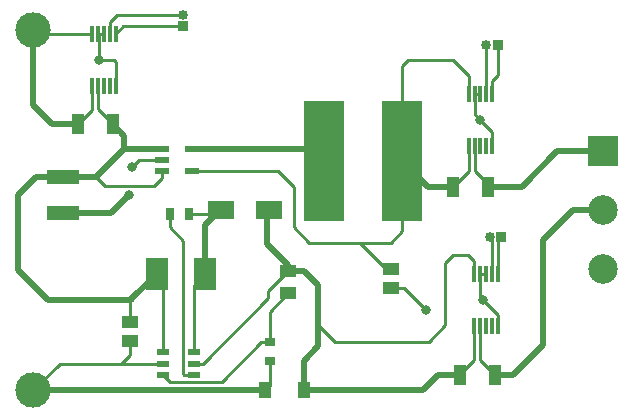
<source format=gbr>
%TF.GenerationSoftware,KiCad,Pcbnew,(6.0.11)*%
%TF.CreationDate,2023-02-10T19:02:31+05:30*%
%TF.ProjectId,1,312e6b69-6361-4645-9f70-636258585858,rev?*%
%TF.SameCoordinates,Original*%
%TF.FileFunction,Copper,L1,Top*%
%TF.FilePolarity,Positive*%
%FSLAX46Y46*%
G04 Gerber Fmt 4.6, Leading zero omitted, Abs format (unit mm)*
G04 Created by KiCad (PCBNEW (6.0.11)) date 2023-02-10 19:02:31*
%MOMM*%
%LPD*%
G01*
G04 APERTURE LIST*
%TA.AperFunction,SMDPad,CuDef*%
%ADD10R,3.505200X10.210800*%
%TD*%
%TA.AperFunction,SMDPad,CuDef*%
%ADD11R,1.100000X1.350000*%
%TD*%
%TA.AperFunction,SMDPad,CuDef*%
%ADD12R,1.117600X1.752600*%
%TD*%
%TA.AperFunction,ComponentPad*%
%ADD13R,2.500000X2.500000*%
%TD*%
%TA.AperFunction,ComponentPad*%
%ADD14C,2.500000*%
%TD*%
%TA.AperFunction,SMDPad,CuDef*%
%ADD15R,1.400000X1.000000*%
%TD*%
%TA.AperFunction,SMDPad,CuDef*%
%ADD16R,1.050000X0.550000*%
%TD*%
%TA.AperFunction,SMDPad,CuDef*%
%ADD17R,0.800000X1.000000*%
%TD*%
%TA.AperFunction,SMDPad,CuDef*%
%ADD18R,0.300000X1.425000*%
%TD*%
%TA.AperFunction,SMDPad,CuDef*%
%ADD19R,2.200000X1.550000*%
%TD*%
%TA.AperFunction,ComponentPad*%
%ADD20C,3.000000*%
%TD*%
%TA.AperFunction,SMDPad,CuDef*%
%ADD21R,1.200000X0.600000*%
%TD*%
%TA.AperFunction,ComponentPad*%
%ADD22R,0.850000X0.850000*%
%TD*%
%TA.AperFunction,ComponentPad*%
%ADD23O,0.850000X0.850000*%
%TD*%
%TA.AperFunction,SMDPad,CuDef*%
%ADD24R,1.470000X1.020000*%
%TD*%
%TA.AperFunction,SMDPad,CuDef*%
%ADD25R,0.812800X0.762000*%
%TD*%
%TA.AperFunction,SMDPad,CuDef*%
%ADD26R,2.700000X1.150000*%
%TD*%
%TA.AperFunction,SMDPad,CuDef*%
%ADD27R,1.981200X2.794000*%
%TD*%
%TA.AperFunction,ViaPad*%
%ADD28C,0.800000*%
%TD*%
%TA.AperFunction,Conductor*%
%ADD29C,0.525185*%
%TD*%
%TA.AperFunction,Conductor*%
%ADD30C,0.250000*%
%TD*%
%TA.AperFunction,Conductor*%
%ADD31C,0.520000*%
%TD*%
%TA.AperFunction,Conductor*%
%ADD32C,0.500000*%
%TD*%
G04 APERTURE END LIST*
D10*
%TO.P,L2,1,1*%
%TO.N,Net-(Buck_IC1-Pad5)*%
X159258000Y-82167500D03*
%TO.P,L2,2,2*%
%TO.N,Net-(Buck_IC1-Pad4)*%
X165862000Y-82167500D03*
%TD*%
D11*
%TO.P,C2,1*%
%TO.N,Earth*%
X154230000Y-101600000D03*
%TO.P,C2,2*%
%TO.N,Net-(Boost_IC1-Pad5)*%
X157530000Y-101600000D03*
%TD*%
D12*
%TO.P,R6,1*%
%TO.N,Net-(Buck_IC1-Pad4)*%
X170186800Y-84346400D03*
%TO.P,R6,2*%
%TO.N,Net-(J1-Pad1)*%
X173133200Y-84346400D03*
%TD*%
%TO.P,R5,1*%
%TO.N,Net-(J2-Pad1)*%
X138426800Y-79068000D03*
%TO.P,R5,2*%
%TO.N,Net-(Boost_IC1-Pad1)*%
X141373200Y-79068000D03*
%TD*%
D13*
%TO.P,J1,1,Pin_1*%
%TO.N,Net-(J1-Pad1)*%
X182880000Y-81360000D03*
D14*
%TO.P,J1,2,Pin_2*%
%TO.N,Net-(J1-Pad2)*%
X182880000Y-86360000D03*
%TO.P,J1,3,Pin_3*%
%TO.N,Earth*%
X182880000Y-91360000D03*
%TD*%
D15*
%TO.P,R1,1*%
%TO.N,Net-(Boost_IC1-Pad3)*%
X156210000Y-93382800D03*
%TO.P,R1,2*%
%TO.N,Net-(Boost_IC1-Pad5)*%
X156210000Y-91482800D03*
%TD*%
D16*
%TO.P,Boost_IC1,1,SW*%
%TO.N,Net-(Boost_IC1-Pad1)*%
X145601000Y-98385000D03*
%TO.P,Boost_IC1,2,GND*%
%TO.N,Earth*%
X145601000Y-99335000D03*
%TO.P,Boost_IC1,3,FB*%
%TO.N,Net-(Boost_IC1-Pad3)*%
X145601000Y-100285000D03*
%TO.P,Boost_IC1,4,~{SHDN}*%
%TO.N,Net-(Boost_IC1-Pad4)*%
X148201000Y-100285000D03*
%TO.P,Boost_IC1,5,VOUT*%
%TO.N,Net-(Boost_IC1-Pad5)*%
X148201000Y-99335000D03*
%TO.P,Boost_IC1,6,VIN*%
%TO.N,Net-(Boost_IC1-Pad6)*%
X148201000Y-98385000D03*
%TD*%
D17*
%TO.P,R3,1*%
%TO.N,Net-(Boost_IC1-Pad4)*%
X146200000Y-86700000D03*
%TO.P,R3,2*%
%TO.N,Net-(Boost_IC1-Pad6)*%
X147800000Y-86700000D03*
%TD*%
D18*
%TO.P,U2,1,V1*%
%TO.N,Net-(Buck_IC1-Pad4)*%
X171490000Y-80952000D03*
%TO.P,U2,2,V2*%
%TO.N,Net-(J1-Pad1)*%
X171990000Y-80952000D03*
%TO.P,U2,3,V3*%
%TO.N,unconnected-(U2-Pad3)*%
X172490000Y-80952000D03*
%TO.P,U2,4,V4*%
%TO.N,unconnected-(U2-Pad4)*%
X172990000Y-80952000D03*
%TO.P,U2,5,GND*%
%TO.N,Earth*%
X173490000Y-80952000D03*
%TO.P,U2,6,SDA*%
%TO.N,Net-(I2C1-Pad1)*%
X173490000Y-76528000D03*
%TO.P,U2,7,SCL*%
%TO.N,Net-(I2C1-Pad2)*%
X172990000Y-76528000D03*
%TO.P,U2,8,ADR0*%
%TO.N,Earth*%
X172490000Y-76528000D03*
%TO.P,U2,9,ADR1*%
X171990000Y-76528000D03*
%TO.P,U2,10,VCC*%
%TO.N,Net-(Buck_IC1-Pad4)*%
X171490000Y-76528000D03*
%TD*%
D19*
%TO.P,D1,1,K*%
%TO.N,Net-(Boost_IC1-Pad5)*%
X154600000Y-86360000D03*
%TO.P,D1,2,A*%
%TO.N,Net-(Boost_IC1-Pad6)*%
X150500000Y-86360000D03*
%TD*%
D20*
%TO.P,J2,1,Pin_1*%
%TO.N,Net-(J2-Pad1)*%
X134620000Y-71120000D03*
%TD*%
D12*
%TO.P,R7,1*%
%TO.N,Net-(Boost_IC1-Pad5)*%
X170776800Y-100325000D03*
%TO.P,R7,2*%
%TO.N,Net-(J1-Pad2)*%
X173723200Y-100325000D03*
%TD*%
D21*
%TO.P,Buck_IC1,1,VI*%
%TO.N,Net-(Boost_IC1-Pad1)*%
X145525000Y-81170000D03*
%TO.P,Buck_IC1,2,GND*%
%TO.N,Earth*%
X145525000Y-82120000D03*
%TO.P,Buck_IC1,3,EN*%
%TO.N,Net-(Boost_IC1-Pad1)*%
X145525000Y-83070000D03*
%TO.P,Buck_IC1,4,FB*%
%TO.N,Net-(Buck_IC1-Pad4)*%
X148025000Y-83070000D03*
%TO.P,Buck_IC1,5,SW*%
%TO.N,Net-(Buck_IC1-Pad5)*%
X148025000Y-81170000D03*
%TD*%
D22*
%TO.P,I2C1,1,Pin_1*%
%TO.N,Net-(I2C1-Pad1)*%
X173990000Y-72390000D03*
D23*
%TO.P,I2C1,2,Pin_2*%
%TO.N,Net-(I2C1-Pad2)*%
X172990000Y-72390000D03*
%TD*%
D18*
%TO.P,U3,1,V1*%
%TO.N,Net-(Boost_IC1-Pad5)*%
X171950000Y-96192000D03*
%TO.P,U3,2,V2*%
%TO.N,Net-(J1-Pad2)*%
X172450000Y-96192000D03*
%TO.P,U3,3,V3*%
%TO.N,unconnected-(U3-Pad3)*%
X172950000Y-96192000D03*
%TO.P,U3,4,V4*%
%TO.N,unconnected-(U3-Pad4)*%
X173450000Y-96192000D03*
%TO.P,U3,5,GND*%
%TO.N,Earth*%
X173950000Y-96192000D03*
%TO.P,U3,6,SDA*%
%TO.N,Net-(I2C2-Pad1)*%
X173950000Y-91768000D03*
%TO.P,U3,7,SCL*%
%TO.N,Net-(I2C2-Pad2)*%
X173450000Y-91768000D03*
%TO.P,U3,8,ADR0*%
%TO.N,Earth*%
X172950000Y-91768000D03*
%TO.P,U3,9,ADR1*%
X172450000Y-91768000D03*
%TO.P,U3,10,VCC*%
%TO.N,Net-(Boost_IC1-Pad5)*%
X171950000Y-91768000D03*
%TD*%
D20*
%TO.P,J3,1,Pin_1*%
%TO.N,Earth*%
X134620000Y-101600000D03*
%TD*%
D22*
%TO.P,I2C3,1,Pin_1*%
%TO.N,Net-(I2C3-Pad1)*%
X147320000Y-70792000D03*
D23*
%TO.P,I2C3,2,Pin_2*%
%TO.N,Net-(I2C3-Pad2)*%
X147320000Y-69792000D03*
%TD*%
D24*
%TO.P,C4,1*%
%TO.N,Net-(Buck_IC1-Pad4)*%
X164900000Y-91290000D03*
%TO.P,C4,2*%
%TO.N,Earth*%
X164900000Y-92910000D03*
%TD*%
D18*
%TO.P,U1,1,V1*%
%TO.N,Net-(J2-Pad1)*%
X139609000Y-75872000D03*
%TO.P,U1,2,V2*%
%TO.N,Net-(Boost_IC1-Pad1)*%
X140109000Y-75872000D03*
%TO.P,U1,3,V3*%
%TO.N,unconnected-(U1-Pad3)*%
X140609000Y-75872000D03*
%TO.P,U1,4,V4*%
%TO.N,unconnected-(U1-Pad4)*%
X141109000Y-75872000D03*
%TO.P,U1,5,GND*%
%TO.N,Earth*%
X141609000Y-75872000D03*
%TO.P,U1,6,SDA*%
%TO.N,Net-(I2C3-Pad1)*%
X141609000Y-71448000D03*
%TO.P,U1,7,SCL*%
%TO.N,Net-(I2C3-Pad2)*%
X141109000Y-71448000D03*
%TO.P,U1,8,ADR0*%
%TO.N,Earth*%
X140609000Y-71448000D03*
%TO.P,U1,9,ADR1*%
X140109000Y-71448000D03*
%TO.P,U1,10,VCC*%
%TO.N,Net-(J2-Pad1)*%
X139609000Y-71448000D03*
%TD*%
D25*
%TO.P,R2,1*%
%TO.N,Earth*%
X154630200Y-99093700D03*
%TO.P,R2,2*%
%TO.N,Net-(Boost_IC1-Pad3)*%
X154630200Y-97544300D03*
%TD*%
D22*
%TO.P,I2C2,1,Pin_1*%
%TO.N,Net-(I2C2-Pad1)*%
X174260000Y-88582500D03*
D23*
%TO.P,I2C2,2,Pin_2*%
%TO.N,Net-(I2C2-Pad2)*%
X173260000Y-88582500D03*
%TD*%
D24*
%TO.P,C1,1*%
%TO.N,Net-(Boost_IC1-Pad1)*%
X142800000Y-95790000D03*
%TO.P,C1,2*%
%TO.N,Earth*%
X142800000Y-97410000D03*
%TD*%
D26*
%TO.P,C3,1*%
%TO.N,Earth*%
X137140000Y-86570000D03*
%TO.P,C3,2*%
%TO.N,Net-(Boost_IC1-Pad1)*%
X137140000Y-83570000D03*
%TD*%
D27*
%TO.P,L1,1,1*%
%TO.N,Net-(Boost_IC1-Pad1)*%
X145118000Y-91715000D03*
%TO.P,L1,2,2*%
%TO.N,Net-(Boost_IC1-Pad6)*%
X149182000Y-91715000D03*
%TD*%
D28*
%TO.N,Earth*%
X143000000Y-82700000D03*
X172490000Y-78740000D03*
X140169000Y-73660000D03*
X167900000Y-94800000D03*
X172720000Y-93980000D03*
X142700000Y-85100000D03*
%TD*%
D29*
%TO.N,Net-(Boost_IC1-Pad1)*%
X143016500Y-93816500D02*
X145118000Y-91715000D01*
X137140000Y-83570000D02*
X139950000Y-83570000D01*
D30*
X145525000Y-83620000D02*
X144845000Y-84300000D01*
X140680000Y-84300000D02*
X139950000Y-83570000D01*
D29*
X133350000Y-85090000D02*
X133350000Y-91440000D01*
X135880000Y-93970000D02*
X139700000Y-93970000D01*
D30*
X145601000Y-98385000D02*
X145601000Y-92198000D01*
D29*
X142350000Y-81170000D02*
X142350000Y-80044800D01*
D30*
X145601000Y-92198000D02*
X145118000Y-91715000D01*
D29*
X139950000Y-83570000D02*
X142350000Y-81170000D01*
X142350000Y-81170000D02*
X145525000Y-81170000D01*
D30*
X140109000Y-75872000D02*
X140109000Y-77803800D01*
X142800000Y-94033000D02*
X142863000Y-93970000D01*
D29*
X139700000Y-93970000D02*
X142863000Y-93970000D01*
X137140000Y-83570000D02*
X134870000Y-83570000D01*
D30*
X142800000Y-95790000D02*
X142800000Y-94033000D01*
D29*
X142863000Y-93970000D02*
X143016500Y-93816500D01*
X134870000Y-83570000D02*
X133350000Y-85090000D01*
D30*
X145525000Y-83070000D02*
X145525000Y-83620000D01*
D29*
X142350000Y-80044800D02*
X141373200Y-79068000D01*
D30*
X144845000Y-84300000D02*
X140680000Y-84300000D01*
D29*
X133350000Y-91440000D02*
X135880000Y-93970000D01*
D30*
X140109000Y-77803800D02*
X141373200Y-79068000D01*
%TO.N,Earth*%
X173490000Y-79740000D02*
X172490000Y-78740000D01*
D29*
X152400000Y-101600000D02*
X154230000Y-101600000D01*
D30*
X154630200Y-101199800D02*
X154230000Y-101600000D01*
X172450000Y-91768000D02*
X172950000Y-91768000D01*
X136885000Y-99335000D02*
X134620000Y-101600000D01*
X154630200Y-99093700D02*
X154630200Y-101199800D01*
X140169000Y-73660000D02*
X141439000Y-73660000D01*
X142800000Y-98570000D02*
X142035000Y-99335000D01*
X141439000Y-73660000D02*
X141609000Y-73830000D01*
X173490000Y-80952000D02*
X173490000Y-79740000D01*
X171990000Y-76528000D02*
X172490000Y-76528000D01*
X140169000Y-73660000D02*
X140169000Y-71508000D01*
X171990000Y-78240000D02*
X171990000Y-76528000D01*
X172490000Y-78740000D02*
X171990000Y-78240000D01*
X166010000Y-92910000D02*
X164900000Y-92910000D01*
X173950000Y-95210000D02*
X172720000Y-93980000D01*
X142035000Y-99335000D02*
X136885000Y-99335000D01*
X142800000Y-97410000D02*
X142800000Y-98570000D01*
X145601000Y-99335000D02*
X142035000Y-99335000D01*
D29*
X141230000Y-86570000D02*
X137140000Y-86570000D01*
D30*
X173950000Y-96192000D02*
X173950000Y-95210000D01*
D29*
X134620000Y-101600000D02*
X152400000Y-101600000D01*
D30*
X140169000Y-71508000D02*
X140109000Y-71448000D01*
X140109000Y-71448000D02*
X140609000Y-71448000D01*
D29*
X142700000Y-85100000D02*
X141230000Y-86570000D01*
D30*
X145525000Y-82120000D02*
X143580000Y-82120000D01*
X172450000Y-91768000D02*
X172450000Y-93710000D01*
X143580000Y-82120000D02*
X143000000Y-82700000D01*
X167900000Y-94800000D02*
X166010000Y-92910000D01*
X141609000Y-73830000D02*
X141609000Y-75872000D01*
X172450000Y-93710000D02*
X172720000Y-93980000D01*
%TO.N,Net-(Boost_IC1-Pad3)*%
X154630200Y-94962600D02*
X156210000Y-93382800D01*
X146201000Y-100885000D02*
X150575000Y-100885000D01*
X145601000Y-100285000D02*
X146201000Y-100885000D01*
X150575000Y-100885000D02*
X153915700Y-97544300D01*
X154630200Y-97544300D02*
X154630200Y-94962600D01*
X153915700Y-97544300D02*
X154630200Y-97544300D01*
%TO.N,Net-(Boost_IC1-Pad4)*%
X147320000Y-100179000D02*
X147320000Y-88920000D01*
X147320000Y-88920000D02*
X146200000Y-87800000D01*
X148201000Y-100285000D02*
X147426000Y-100285000D01*
X147426000Y-100285000D02*
X147320000Y-100179000D01*
X146200000Y-87800000D02*
X146200000Y-86700000D01*
D29*
%TO.N,Net-(Boost_IC1-Pad6)*%
X149182000Y-87578000D02*
X150400000Y-86360000D01*
D30*
X147800000Y-86700000D02*
X150210000Y-86700000D01*
X148201000Y-98385000D02*
X148201000Y-92696000D01*
D29*
X149182000Y-91715000D02*
X149182000Y-87578000D01*
D30*
X150210000Y-86700000D02*
X150550000Y-86360000D01*
X148201000Y-92696000D02*
X149182000Y-91715000D01*
%TO.N,Net-(Buck_IC1-Pad4)*%
X164900000Y-91290000D02*
X164490000Y-91290000D01*
X162300000Y-89100000D02*
X164900000Y-89100000D01*
X155370000Y-83070000D02*
X156700000Y-84400000D01*
X166370000Y-73660000D02*
X165862000Y-74168000D01*
X164900000Y-89100000D02*
X165862000Y-88138000D01*
X171490000Y-83043200D02*
X170186800Y-84346400D01*
X164490000Y-91290000D02*
X162300000Y-89100000D01*
X165862000Y-88138000D02*
X165862000Y-82167500D01*
D31*
X168040900Y-84346400D02*
X170186800Y-84346400D01*
D30*
X148025000Y-83070000D02*
X155370000Y-83070000D01*
X170180000Y-73660000D02*
X166370000Y-73660000D01*
X171490000Y-80952000D02*
X171490000Y-83043200D01*
X156700000Y-87800000D02*
X158000000Y-89100000D01*
X171490000Y-74970000D02*
X170180000Y-73660000D01*
X156700000Y-84400000D02*
X156700000Y-87800000D01*
X171490000Y-76528000D02*
X171490000Y-74970000D01*
X158000000Y-89100000D02*
X162300000Y-89100000D01*
D31*
X165862000Y-82167500D02*
X168040900Y-84346400D01*
D30*
X165862000Y-74168000D02*
X165862000Y-82167500D01*
D32*
%TO.N,Net-(Buck_IC1-Pad5)*%
X148025000Y-81170000D02*
X158260500Y-81170000D01*
X158260500Y-81170000D02*
X159258000Y-82167500D01*
D30*
%TO.N,Net-(Boost_IC1-Pad5)*%
X148976000Y-99335000D02*
X154511900Y-93799100D01*
X170776800Y-100223200D02*
X170776800Y-100325000D01*
X158750000Y-97890000D02*
X158750000Y-97790000D01*
X170180000Y-90170000D02*
X169500000Y-90850000D01*
D29*
X167640000Y-101600000D02*
X157530000Y-101600000D01*
D30*
X154511900Y-93799100D02*
X154511900Y-93180900D01*
X169500000Y-96100000D02*
X168100000Y-97500000D01*
D29*
X158750000Y-92710000D02*
X158750000Y-96050000D01*
D30*
X168100000Y-97500000D02*
X160200000Y-97500000D01*
X154511900Y-93180900D02*
X156210000Y-91482800D01*
D29*
X167640000Y-101600000D02*
X168910000Y-100330000D01*
D30*
X171950000Y-96192000D02*
X171950000Y-99050000D01*
X171950000Y-90670000D02*
X171450000Y-90170000D01*
D29*
X156210000Y-91026200D02*
X156210000Y-91482800D01*
D31*
X168910000Y-100330000D02*
X170771800Y-100330000D01*
D30*
X169500000Y-90850000D02*
X169500000Y-96100000D01*
D31*
X170771800Y-100330000D02*
X170776800Y-100325000D01*
D29*
X157530000Y-99110000D02*
X158750000Y-97890000D01*
X157522800Y-91482800D02*
X158750000Y-92710000D01*
D30*
X148201000Y-99335000D02*
X148976000Y-99335000D01*
X171950000Y-91768000D02*
X171950000Y-90670000D01*
D29*
X157530000Y-99110000D02*
X157530000Y-101600000D01*
X154400000Y-86360000D02*
X154400000Y-89216200D01*
X156210000Y-91482800D02*
X157522800Y-91482800D01*
D30*
X171950000Y-99050000D02*
X170776800Y-100223200D01*
X171450000Y-90170000D02*
X170180000Y-90170000D01*
D29*
X154400000Y-89216200D02*
X156210000Y-91026200D01*
X158750000Y-96050000D02*
X158750000Y-97790000D01*
D30*
X160200000Y-97500000D02*
X158750000Y-96050000D01*
D31*
%TO.N,Net-(J1-Pad1)*%
X178990000Y-81360000D02*
X182880000Y-81360000D01*
D30*
X171990000Y-80952000D02*
X171990000Y-82990000D01*
X171990000Y-82990000D02*
X173133200Y-84133200D01*
X173133200Y-84133200D02*
X173133200Y-84346400D01*
D31*
X173133200Y-84346400D02*
X176003600Y-84346400D01*
X176003600Y-84346400D02*
X178990000Y-81360000D01*
%TO.N,Net-(J1-Pad2)*%
X177800000Y-88900000D02*
X180340000Y-86360000D01*
D30*
X172450000Y-99051800D02*
X173723200Y-100325000D01*
D31*
X177800000Y-97790000D02*
X177800000Y-88900000D01*
X180340000Y-86360000D02*
X182880000Y-86360000D01*
X175265000Y-100325000D02*
X173723200Y-100325000D01*
D30*
X172450000Y-96192000D02*
X172450000Y-99051800D01*
D31*
X177800000Y-97790000D02*
X175265000Y-100325000D01*
%TO.N,Net-(J2-Pad1)*%
X134620000Y-77470000D02*
X134620000Y-71120000D01*
X136218000Y-79068000D02*
X138426800Y-79068000D01*
X136218000Y-79068000D02*
X134620000Y-77470000D01*
D30*
X139609000Y-77885800D02*
X138426800Y-79068000D01*
X139609000Y-71448000D02*
X134948000Y-71448000D01*
X134948000Y-71448000D02*
X134620000Y-71120000D01*
X139609000Y-75872000D02*
X139609000Y-77885800D01*
%TO.N,Net-(I2C1-Pad1)*%
X173490000Y-75430000D02*
X173990000Y-74930000D01*
X173490000Y-76528000D02*
X173490000Y-75430000D01*
X173990000Y-74930000D02*
X173990000Y-72390000D01*
%TO.N,Net-(I2C1-Pad2)*%
X172990000Y-76528000D02*
X172990000Y-72390000D01*
%TO.N,Net-(I2C2-Pad1)*%
X173950000Y-88892500D02*
X174260000Y-88582500D01*
X173950000Y-91768000D02*
X173950000Y-88892500D01*
%TO.N,Net-(I2C2-Pad2)*%
X173450000Y-91768000D02*
X173450000Y-88772500D01*
X173450000Y-88772500D02*
X173260000Y-88582500D01*
%TO.N,Net-(I2C3-Pad1)*%
X142265000Y-70792000D02*
X141609000Y-71448000D01*
X147320000Y-70792000D02*
X142265000Y-70792000D01*
%TO.N,Net-(I2C3-Pad2)*%
X141752500Y-69792000D02*
X147320000Y-69792000D01*
X141109000Y-70435500D02*
X141752500Y-69792000D01*
X141109000Y-71448000D02*
X141109000Y-70435500D01*
%TD*%
M02*

</source>
